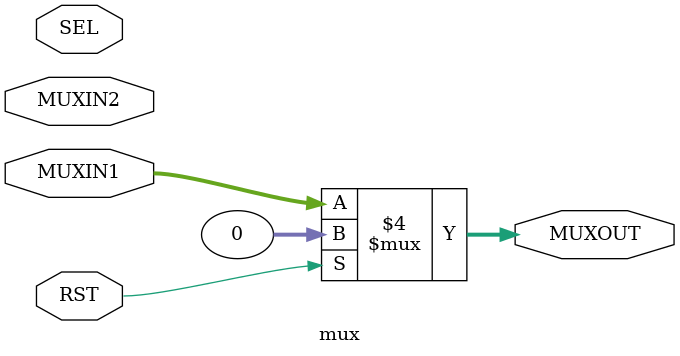
<source format=v>
module mux(MUXIN1, MUXIN2, MUXOUT, SEL, RST);

input RST;
input SEL;
input [31:0] MUXIN1;
input [31:0] MUXIN2;

output reg [31:0] MUXOUT;

always @(*) begin
    if(RST == 1) MUXOUT = 32'b0; else
        MUXOUT =  MUXIN1;
        
end

endmodule
</source>
